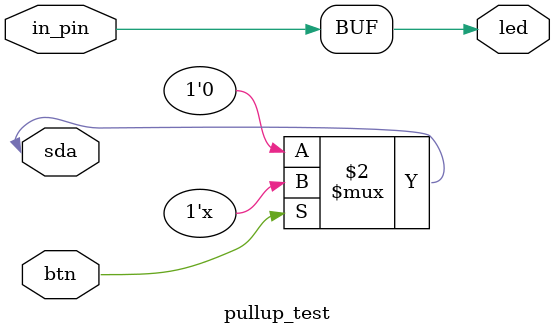
<source format=v>
module pullup_test (
    input wire in_pin,
    input wire btn,
    inout wire sda,
    output wire led
);


    always @(*) begin
        sda = btn ? 1'bz : 1'b0;
        led = in_pin;
    end

endmodule
</source>
